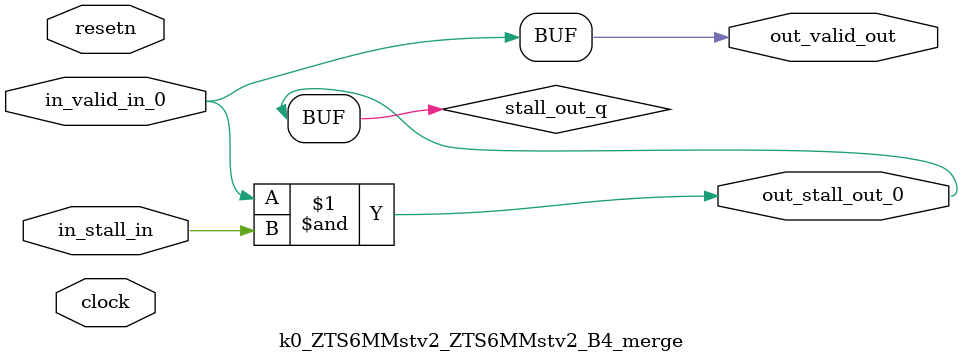
<source format=sv>



(* altera_attribute = "-name AUTO_SHIFT_REGISTER_RECOGNITION OFF; -name MESSAGE_DISABLE 10036; -name MESSAGE_DISABLE 10037; -name MESSAGE_DISABLE 14130; -name MESSAGE_DISABLE 14320; -name MESSAGE_DISABLE 15400; -name MESSAGE_DISABLE 14130; -name MESSAGE_DISABLE 10036; -name MESSAGE_DISABLE 12020; -name MESSAGE_DISABLE 12030; -name MESSAGE_DISABLE 12010; -name MESSAGE_DISABLE 12110; -name MESSAGE_DISABLE 14320; -name MESSAGE_DISABLE 13410; -name MESSAGE_DISABLE 113007; -name MESSAGE_DISABLE 10958" *)
module k0_ZTS6MMstv2_ZTS6MMstv2_B4_merge (
    input wire [0:0] in_stall_in,
    input wire [0:0] in_valid_in_0,
    output wire [0:0] out_stall_out_0,
    output wire [0:0] out_valid_out,
    input wire clock,
    input wire resetn
    );

    wire [0:0] stall_out_q;


    // stall_out(LOGICAL,6)
    assign stall_out_q = in_valid_in_0 & in_stall_in;

    // out_stall_out_0(GPOUT,4)
    assign out_stall_out_0 = stall_out_q;

    // out_valid_out(GPOUT,5)
    assign out_valid_out = in_valid_in_0;

endmodule

</source>
